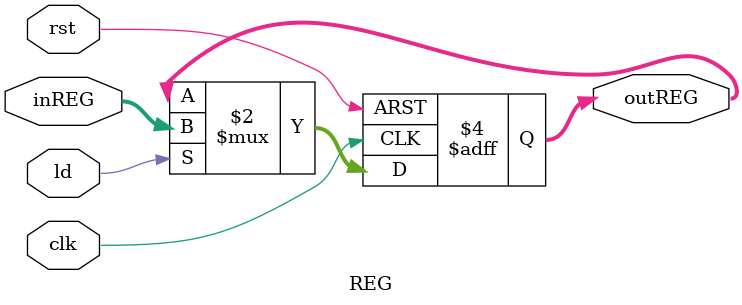
<source format=v>
/******************************************************************************/
//	Filename:		SAYAC_register_file.v
//	Project:		SAYAC : Simple Architecture Yet Ample Circuitry
//  Version:		0.900
//	History:
//	Date:			15 April 2021
//	Last Author: 	Helia
//  Copyright (C) 2021 University of Teheran
//  This source file may be used and distributed without
//  restriction provided that this copyright statement is not
//  removed from the file and that any derivative work contains
//  the original copyright notice and the associated disclaimer.
//

/******************************************************************************/
//	File content description:
//	                              
/******************************************************************************/
`timescale 1ns/1ns
module REG #(parameter N = 16)(inREG, outREG, ld, clk, rst);

  input 	 [N-1:0] inREG;
  input 			 clk, rst, ld;
  output reg [N-1:0] outREG;
  
  always @(posedge clk, posedge rst) begin
    if(rst)
      outREG <= 0;
    else if(ld)
      outREG <= inREG;
  end
  
endmodule



</source>
